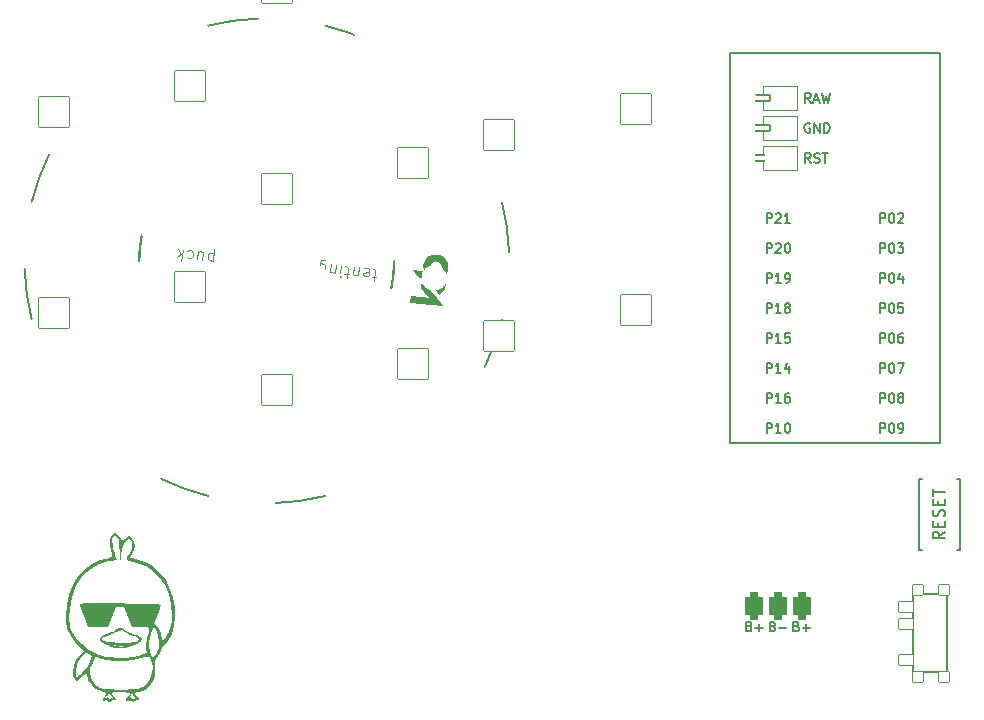
<source format=gto>
%TF.GenerationSoftware,KiCad,Pcbnew,(6.0.4)*%
%TF.CreationDate,2022-05-17T22:37:58+02:00*%
%TF.ProjectId,battoota,62617474-6f6f-4746-912e-6b696361645f,v1.0.0*%
%TF.SameCoordinates,Original*%
%TF.FileFunction,Legend,Top*%
%TF.FilePolarity,Positive*%
%FSLAX46Y46*%
G04 Gerber Fmt 4.6, Leading zero omitted, Abs format (unit mm)*
G04 Created by KiCad (PCBNEW (6.0.4)) date 2022-05-17 22:37:58*
%MOMM*%
%LPD*%
G01*
G04 APERTURE LIST*
G04 Aperture macros list*
%AMRoundRect*
0 Rectangle with rounded corners*
0 $1 Rounding radius*
0 $2 $3 $4 $5 $6 $7 $8 $9 X,Y pos of 4 corners*
0 Add a 4 corners polygon primitive as box body*
4,1,4,$2,$3,$4,$5,$6,$7,$8,$9,$2,$3,0*
0 Add four circle primitives for the rounded corners*
1,1,$1+$1,$2,$3*
1,1,$1+$1,$4,$5*
1,1,$1+$1,$6,$7*
1,1,$1+$1,$8,$9*
0 Add four rect primitives between the rounded corners*
20,1,$1+$1,$2,$3,$4,$5,0*
20,1,$1+$1,$4,$5,$6,$7,0*
20,1,$1+$1,$6,$7,$8,$9,0*
20,1,$1+$1,$8,$9,$2,$3,0*%
%AMFreePoly0*
4,1,16,0.535355,0.785355,0.550000,0.750000,0.550000,-0.750000,0.535355,-0.785355,0.500000,-0.800000,-0.650000,-0.800000,-0.685355,-0.785355,-0.700000,-0.750000,-0.691603,-0.722265,-0.210093,0.000000,-0.691603,0.722265,-0.699029,0.759806,-0.677735,0.791603,-0.650000,0.800000,0.500000,0.800000,0.535355,0.785355,0.535355,0.785355,$1*%
%AMFreePoly1*
4,1,16,0.535355,0.785355,0.541603,0.777735,1.041603,0.027735,1.049029,-0.009806,1.041603,-0.027735,0.541603,-0.777735,0.509806,-0.799029,0.500000,-0.800000,-0.500000,-0.800000,-0.535355,-0.785355,-0.550000,-0.750000,-0.550000,0.750000,-0.535355,0.785355,-0.500000,0.800000,0.500000,0.800000,0.535355,0.785355,0.535355,0.785355,$1*%
G04 Aperture macros list end*
%ADD10C,0.150000*%
%ADD11C,0.100000*%
%ADD12C,0.120000*%
%ADD13C,0.200000*%
%ADD14C,0.010000*%
%ADD15RoundRect,0.375000X-0.375000X-0.750000X0.375000X-0.750000X0.375000X0.750000X-0.375000X0.750000X0*%
%ADD16C,2.000000*%
%ADD17C,1.752600*%
%ADD18RoundRect,0.050000X-0.450000X0.450000X-0.450000X-0.450000X0.450000X-0.450000X0.450000X0.450000X0*%
%ADD19RoundRect,0.050000X-0.625000X0.450000X-0.625000X-0.450000X0.625000X-0.450000X0.625000X0.450000X0*%
%ADD20RoundRect,0.425000X-0.375000X-0.750000X0.375000X-0.750000X0.375000X0.750000X-0.375000X0.750000X0*%
%ADD21C,2.100000*%
%ADD22C,3.100000*%
%ADD23C,1.801800*%
%ADD24C,3.529000*%
%ADD25RoundRect,0.050000X-1.230182X-1.366255X1.366255X-1.230182X1.230182X1.366255X-1.366255X1.230182X0*%
%ADD26C,2.132000*%
%ADD27RoundRect,0.050000X-1.300000X-1.300000X1.300000X-1.300000X1.300000X1.300000X-1.300000X1.300000X0*%
%ADD28RoundRect,0.050000X-1.666227X-0.776974X0.776974X-1.666227X1.666227X0.776974X-0.776974X1.666227X0*%
%ADD29C,1.100000*%
%ADD30RoundRect,0.050000X-1.131880X-1.448740X1.448740X-1.131880X1.131880X1.448740X-1.448740X1.131880X0*%
%ADD31RoundRect,0.050000X-1.408356X-1.181751X1.181751X-1.408356X1.408356X1.181751X-1.181751X1.408356X0*%
%ADD32C,1.852600*%
%ADD33FreePoly0,180.000000*%
%ADD34RoundRect,0.050000X-0.762000X0.250000X-0.762000X-0.250000X0.762000X-0.250000X0.762000X0.250000X0*%
%ADD35FreePoly1,180.000000*%
%ADD36C,4.500000*%
G04 APERTURE END LIST*
D10*
%TO.C,PAD1*%
X149107300Y56420824D02*
X149221586Y56382729D01*
X149259681Y56344634D01*
X149297776Y56268443D01*
X149297776Y56154158D01*
X149259681Y56077967D01*
X149221586Y56039872D01*
X149145396Y56001777D01*
X148840634Y56001777D01*
X148840634Y56801777D01*
X149107300Y56801777D01*
X149183491Y56763682D01*
X149221586Y56725586D01*
X149259681Y56649396D01*
X149259681Y56573205D01*
X149221586Y56497015D01*
X149183491Y56458920D01*
X149107300Y56420824D01*
X148840634Y56420824D01*
X149640634Y56306539D02*
X150250157Y56306539D01*
X147107300Y56420824D02*
X147221586Y56382729D01*
X147259681Y56344634D01*
X147297776Y56268443D01*
X147297776Y56154158D01*
X147259681Y56077967D01*
X147221586Y56039872D01*
X147145396Y56001777D01*
X146840634Y56001777D01*
X146840634Y56801777D01*
X147107300Y56801777D01*
X147183491Y56763682D01*
X147221586Y56725586D01*
X147259681Y56649396D01*
X147259681Y56573205D01*
X147221586Y56497015D01*
X147183491Y56458920D01*
X147107300Y56420824D01*
X146840634Y56420824D01*
X147640634Y56306539D02*
X148250157Y56306539D01*
X147945396Y56001777D02*
X147945396Y56611301D01*
X151107300Y56420824D02*
X151221586Y56382729D01*
X151259681Y56344634D01*
X151297776Y56268443D01*
X151297776Y56154158D01*
X151259681Y56077967D01*
X151221586Y56039872D01*
X151145396Y56001777D01*
X150840634Y56001777D01*
X150840634Y56801777D01*
X151107300Y56801777D01*
X151183491Y56763682D01*
X151221586Y56725586D01*
X151259681Y56649396D01*
X151259681Y56573205D01*
X151221586Y56497015D01*
X151183491Y56458920D01*
X151107300Y56420824D01*
X150840634Y56420824D01*
X151640634Y56306539D02*
X152250157Y56306539D01*
X151945396Y56001777D02*
X151945396Y56611301D01*
%TO.C,B1*%
X163655571Y64450138D02*
X163179381Y64116804D01*
X163655571Y63878709D02*
X162655571Y63878709D01*
X162655571Y64259661D01*
X162703191Y64354899D01*
X162750810Y64402519D01*
X162846048Y64450138D01*
X162988905Y64450138D01*
X163084143Y64402519D01*
X163131762Y64354899D01*
X163179381Y64259661D01*
X163179381Y63878709D01*
X163131762Y64878709D02*
X163131762Y65212042D01*
X163655571Y65354899D02*
X163655571Y64878709D01*
X162655571Y64878709D01*
X162655571Y65354899D01*
X163607952Y65735852D02*
X163655571Y65878709D01*
X163655571Y66116804D01*
X163607952Y66212042D01*
X163560333Y66259661D01*
X163465095Y66307280D01*
X163369857Y66307280D01*
X163274619Y66259661D01*
X163227000Y66212042D01*
X163179381Y66116804D01*
X163131762Y65926328D01*
X163084143Y65831090D01*
X163036524Y65783471D01*
X162941286Y65735852D01*
X162846048Y65735852D01*
X162750810Y65783471D01*
X162703191Y65831090D01*
X162655571Y65926328D01*
X162655571Y66164423D01*
X162703191Y66307280D01*
X163131762Y66735852D02*
X163131762Y67069185D01*
X163655571Y67212042D02*
X163655571Y66735852D01*
X162655571Y66735852D01*
X162655571Y67212042D01*
X162655571Y67497757D02*
X162655571Y68069185D01*
X163655571Y67783471D02*
X162655571Y67783471D01*
%TO.C,MCU1*%
X158185784Y75380637D02*
X158185784Y76180637D01*
X158490546Y76180637D01*
X158566736Y76142542D01*
X158604832Y76104446D01*
X158642927Y76028256D01*
X158642927Y75913970D01*
X158604832Y75837780D01*
X158566736Y75799684D01*
X158490546Y75761589D01*
X158185784Y75761589D01*
X159138165Y76180637D02*
X159214355Y76180637D01*
X159290546Y76142542D01*
X159328641Y76104446D01*
X159366736Y76028256D01*
X159404832Y75875875D01*
X159404832Y75685399D01*
X159366736Y75533018D01*
X159328641Y75456827D01*
X159290546Y75418732D01*
X159214355Y75380637D01*
X159138165Y75380637D01*
X159061974Y75418732D01*
X159023879Y75456827D01*
X158985784Y75533018D01*
X158947689Y75685399D01*
X158947689Y75875875D01*
X158985784Y76028256D01*
X159023879Y76104446D01*
X159061974Y76142542D01*
X159138165Y76180637D01*
X159861974Y75837780D02*
X159785784Y75875875D01*
X159747689Y75913970D01*
X159709593Y75990161D01*
X159709593Y76028256D01*
X159747689Y76104446D01*
X159785784Y76142542D01*
X159861974Y76180637D01*
X160014355Y76180637D01*
X160090546Y76142542D01*
X160128641Y76104446D01*
X160166736Y76028256D01*
X160166736Y75990161D01*
X160128641Y75913970D01*
X160090546Y75875875D01*
X160014355Y75837780D01*
X159861974Y75837780D01*
X159785784Y75799684D01*
X159747689Y75761589D01*
X159709593Y75685399D01*
X159709593Y75533018D01*
X159747689Y75456827D01*
X159785784Y75418732D01*
X159861974Y75380637D01*
X160014355Y75380637D01*
X160090546Y75418732D01*
X160128641Y75456827D01*
X160166736Y75533018D01*
X160166736Y75685399D01*
X160128641Y75761589D01*
X160090546Y75799684D01*
X160014355Y75837780D01*
X148585784Y90620637D02*
X148585784Y91420637D01*
X148890546Y91420637D01*
X148966736Y91382542D01*
X149004832Y91344446D01*
X149042927Y91268256D01*
X149042927Y91153970D01*
X149004832Y91077780D01*
X148966736Y91039684D01*
X148890546Y91001589D01*
X148585784Y91001589D01*
X149347689Y91344446D02*
X149385784Y91382542D01*
X149461974Y91420637D01*
X149652451Y91420637D01*
X149728641Y91382542D01*
X149766736Y91344446D01*
X149804832Y91268256D01*
X149804832Y91192065D01*
X149766736Y91077780D01*
X149309593Y90620637D01*
X149804832Y90620637D01*
X150566736Y90620637D02*
X150109593Y90620637D01*
X150338165Y90620637D02*
X150338165Y91420637D01*
X150261974Y91306351D01*
X150185784Y91230161D01*
X150109593Y91192065D01*
X148585784Y77920637D02*
X148585784Y78720637D01*
X148890546Y78720637D01*
X148966736Y78682542D01*
X149004832Y78644446D01*
X149042927Y78568256D01*
X149042927Y78453970D01*
X149004832Y78377780D01*
X148966736Y78339684D01*
X148890546Y78301589D01*
X148585784Y78301589D01*
X149804832Y77920637D02*
X149347689Y77920637D01*
X149576260Y77920637D02*
X149576260Y78720637D01*
X149500070Y78606351D01*
X149423879Y78530161D01*
X149347689Y78492065D01*
X150490546Y78453970D02*
X150490546Y77920637D01*
X150300070Y78758732D02*
X150109593Y78187303D01*
X150604832Y78187303D01*
X148585784Y88080637D02*
X148585784Y88880637D01*
X148890546Y88880637D01*
X148966736Y88842542D01*
X149004832Y88804446D01*
X149042927Y88728256D01*
X149042927Y88613970D01*
X149004832Y88537780D01*
X148966736Y88499684D01*
X148890546Y88461589D01*
X148585784Y88461589D01*
X149347689Y88804446D02*
X149385784Y88842542D01*
X149461974Y88880637D01*
X149652451Y88880637D01*
X149728641Y88842542D01*
X149766736Y88804446D01*
X149804832Y88728256D01*
X149804832Y88652065D01*
X149766736Y88537780D01*
X149309593Y88080637D01*
X149804832Y88080637D01*
X150300070Y88880637D02*
X150376260Y88880637D01*
X150452451Y88842542D01*
X150490546Y88804446D01*
X150528641Y88728256D01*
X150566736Y88575875D01*
X150566736Y88385399D01*
X150528641Y88233018D01*
X150490546Y88156827D01*
X150452451Y88118732D01*
X150376260Y88080637D01*
X150300070Y88080637D01*
X150223879Y88118732D01*
X150185784Y88156827D01*
X150147689Y88233018D01*
X150109593Y88385399D01*
X150109593Y88575875D01*
X150147689Y88728256D01*
X150185784Y88804446D01*
X150223879Y88842542D01*
X150300070Y88880637D01*
X152305594Y95700637D02*
X152038928Y96081589D01*
X151848451Y95700637D02*
X151848451Y96500637D01*
X152153213Y96500637D01*
X152229404Y96462542D01*
X152267499Y96424446D01*
X152305594Y96348256D01*
X152305594Y96233970D01*
X152267499Y96157780D01*
X152229404Y96119684D01*
X152153213Y96081589D01*
X151848451Y96081589D01*
X152610356Y95738732D02*
X152724642Y95700637D01*
X152915118Y95700637D01*
X152991309Y95738732D01*
X153029404Y95776827D01*
X153067499Y95853018D01*
X153067499Y95929208D01*
X153029404Y96005399D01*
X152991309Y96043494D01*
X152915118Y96081589D01*
X152762737Y96119684D01*
X152686547Y96157780D01*
X152648451Y96195875D01*
X152610356Y96272065D01*
X152610356Y96348256D01*
X152648451Y96424446D01*
X152686547Y96462542D01*
X152762737Y96500637D01*
X152953213Y96500637D01*
X153067499Y96462542D01*
X153296070Y96500637D02*
X153753213Y96500637D01*
X153524642Y95700637D02*
X153524642Y96500637D01*
X158185784Y72840637D02*
X158185784Y73640637D01*
X158490546Y73640637D01*
X158566736Y73602542D01*
X158604832Y73564446D01*
X158642927Y73488256D01*
X158642927Y73373970D01*
X158604832Y73297780D01*
X158566736Y73259684D01*
X158490546Y73221589D01*
X158185784Y73221589D01*
X159138165Y73640637D02*
X159214355Y73640637D01*
X159290546Y73602542D01*
X159328641Y73564446D01*
X159366736Y73488256D01*
X159404832Y73335875D01*
X159404832Y73145399D01*
X159366736Y72993018D01*
X159328641Y72916827D01*
X159290546Y72878732D01*
X159214355Y72840637D01*
X159138165Y72840637D01*
X159061974Y72878732D01*
X159023879Y72916827D01*
X158985784Y72993018D01*
X158947689Y73145399D01*
X158947689Y73335875D01*
X158985784Y73488256D01*
X159023879Y73564446D01*
X159061974Y73602542D01*
X159138165Y73640637D01*
X159785784Y72840637D02*
X159938165Y72840637D01*
X160014355Y72878732D01*
X160052451Y72916827D01*
X160128641Y73031113D01*
X160166736Y73183494D01*
X160166736Y73488256D01*
X160128641Y73564446D01*
X160090546Y73602542D01*
X160014355Y73640637D01*
X159861974Y73640637D01*
X159785784Y73602542D01*
X159747689Y73564446D01*
X159709593Y73488256D01*
X159709593Y73297780D01*
X159747689Y73221589D01*
X159785784Y73183494D01*
X159861974Y73145399D01*
X160014355Y73145399D01*
X160090546Y73183494D01*
X160128641Y73221589D01*
X160166736Y73297780D01*
X148585784Y75380637D02*
X148585784Y76180637D01*
X148890546Y76180637D01*
X148966736Y76142542D01*
X149004832Y76104446D01*
X149042927Y76028256D01*
X149042927Y75913970D01*
X149004832Y75837780D01*
X148966736Y75799684D01*
X148890546Y75761589D01*
X148585784Y75761589D01*
X149804832Y75380637D02*
X149347689Y75380637D01*
X149576260Y75380637D02*
X149576260Y76180637D01*
X149500070Y76066351D01*
X149423879Y75990161D01*
X149347689Y75952065D01*
X150490546Y76180637D02*
X150338165Y76180637D01*
X150261974Y76142542D01*
X150223879Y76104446D01*
X150147689Y75990161D01*
X150109593Y75837780D01*
X150109593Y75533018D01*
X150147689Y75456827D01*
X150185784Y75418732D01*
X150261974Y75380637D01*
X150414355Y75380637D01*
X150490546Y75418732D01*
X150528641Y75456827D01*
X150566736Y75533018D01*
X150566736Y75723494D01*
X150528641Y75799684D01*
X150490546Y75837780D01*
X150414355Y75875875D01*
X150261974Y75875875D01*
X150185784Y75837780D01*
X150147689Y75799684D01*
X150109593Y75723494D01*
X152305595Y100780637D02*
X152038928Y101161589D01*
X151848452Y100780637D02*
X151848452Y101580637D01*
X152153214Y101580637D01*
X152229404Y101542542D01*
X152267499Y101504446D01*
X152305595Y101428256D01*
X152305595Y101313970D01*
X152267499Y101237780D01*
X152229404Y101199684D01*
X152153214Y101161589D01*
X151848452Y101161589D01*
X152610356Y101009208D02*
X152991309Y101009208D01*
X152534166Y100780637D02*
X152800833Y101580637D01*
X153067499Y100780637D01*
X153257976Y101580637D02*
X153448452Y100780637D01*
X153600833Y101352065D01*
X153753214Y100780637D01*
X153943690Y101580637D01*
X158185784Y90620637D02*
X158185784Y91420637D01*
X158490546Y91420637D01*
X158566736Y91382542D01*
X158604832Y91344446D01*
X158642927Y91268256D01*
X158642927Y91153970D01*
X158604832Y91077780D01*
X158566736Y91039684D01*
X158490546Y91001589D01*
X158185784Y91001589D01*
X159138165Y91420637D02*
X159214355Y91420637D01*
X159290546Y91382542D01*
X159328641Y91344446D01*
X159366736Y91268256D01*
X159404832Y91115875D01*
X159404832Y90925399D01*
X159366736Y90773018D01*
X159328641Y90696827D01*
X159290546Y90658732D01*
X159214355Y90620637D01*
X159138165Y90620637D01*
X159061974Y90658732D01*
X159023879Y90696827D01*
X158985784Y90773018D01*
X158947689Y90925399D01*
X158947689Y91115875D01*
X158985784Y91268256D01*
X159023879Y91344446D01*
X159061974Y91382542D01*
X159138165Y91420637D01*
X159709593Y91344446D02*
X159747689Y91382542D01*
X159823879Y91420637D01*
X160014355Y91420637D01*
X160090546Y91382542D01*
X160128641Y91344446D01*
X160166736Y91268256D01*
X160166736Y91192065D01*
X160128641Y91077780D01*
X159671498Y90620637D01*
X160166736Y90620637D01*
X148585784Y83000637D02*
X148585784Y83800637D01*
X148890546Y83800637D01*
X148966736Y83762542D01*
X149004832Y83724446D01*
X149042927Y83648256D01*
X149042927Y83533970D01*
X149004832Y83457780D01*
X148966736Y83419684D01*
X148890546Y83381589D01*
X148585784Y83381589D01*
X149804832Y83000637D02*
X149347689Y83000637D01*
X149576260Y83000637D02*
X149576260Y83800637D01*
X149500070Y83686351D01*
X149423879Y83610161D01*
X149347689Y83572065D01*
X150261974Y83457780D02*
X150185784Y83495875D01*
X150147689Y83533970D01*
X150109593Y83610161D01*
X150109593Y83648256D01*
X150147689Y83724446D01*
X150185784Y83762542D01*
X150261974Y83800637D01*
X150414355Y83800637D01*
X150490546Y83762542D01*
X150528641Y83724446D01*
X150566736Y83648256D01*
X150566736Y83610161D01*
X150528641Y83533970D01*
X150490546Y83495875D01*
X150414355Y83457780D01*
X150261974Y83457780D01*
X150185784Y83419684D01*
X150147689Y83381589D01*
X150109593Y83305399D01*
X150109593Y83153018D01*
X150147689Y83076827D01*
X150185784Y83038732D01*
X150261974Y83000637D01*
X150414355Y83000637D01*
X150490546Y83038732D01*
X150528641Y83076827D01*
X150566736Y83153018D01*
X150566736Y83305399D01*
X150528641Y83381589D01*
X150490546Y83419684D01*
X150414355Y83457780D01*
X148585784Y72840637D02*
X148585784Y73640637D01*
X148890546Y73640637D01*
X148966736Y73602542D01*
X149004832Y73564446D01*
X149042927Y73488256D01*
X149042927Y73373970D01*
X149004832Y73297780D01*
X148966736Y73259684D01*
X148890546Y73221589D01*
X148585784Y73221589D01*
X149804832Y72840637D02*
X149347689Y72840637D01*
X149576260Y72840637D02*
X149576260Y73640637D01*
X149500070Y73526351D01*
X149423879Y73450161D01*
X149347689Y73412065D01*
X150300070Y73640637D02*
X150376260Y73640637D01*
X150452451Y73602542D01*
X150490546Y73564446D01*
X150528641Y73488256D01*
X150566736Y73335875D01*
X150566736Y73145399D01*
X150528641Y72993018D01*
X150490546Y72916827D01*
X150452451Y72878732D01*
X150376260Y72840637D01*
X150300070Y72840637D01*
X150223879Y72878732D01*
X150185784Y72916827D01*
X150147689Y72993018D01*
X150109593Y73145399D01*
X150109593Y73335875D01*
X150147689Y73488256D01*
X150185784Y73564446D01*
X150223879Y73602542D01*
X150300070Y73640637D01*
X158185784Y88080637D02*
X158185784Y88880637D01*
X158490546Y88880637D01*
X158566736Y88842542D01*
X158604832Y88804446D01*
X158642927Y88728256D01*
X158642927Y88613970D01*
X158604832Y88537780D01*
X158566736Y88499684D01*
X158490546Y88461589D01*
X158185784Y88461589D01*
X159138165Y88880637D02*
X159214355Y88880637D01*
X159290546Y88842542D01*
X159328641Y88804446D01*
X159366736Y88728256D01*
X159404832Y88575875D01*
X159404832Y88385399D01*
X159366736Y88233018D01*
X159328641Y88156827D01*
X159290546Y88118732D01*
X159214355Y88080637D01*
X159138165Y88080637D01*
X159061974Y88118732D01*
X159023879Y88156827D01*
X158985784Y88233018D01*
X158947689Y88385399D01*
X158947689Y88575875D01*
X158985784Y88728256D01*
X159023879Y88804446D01*
X159061974Y88842542D01*
X159138165Y88880637D01*
X159671498Y88880637D02*
X160166736Y88880637D01*
X159900070Y88575875D01*
X160014355Y88575875D01*
X160090546Y88537780D01*
X160128641Y88499684D01*
X160166736Y88423494D01*
X160166736Y88233018D01*
X160128641Y88156827D01*
X160090546Y88118732D01*
X160014355Y88080637D01*
X159785784Y88080637D01*
X159709593Y88118732D01*
X159671498Y88156827D01*
X158185784Y77920637D02*
X158185784Y78720637D01*
X158490546Y78720637D01*
X158566736Y78682542D01*
X158604832Y78644446D01*
X158642927Y78568256D01*
X158642927Y78453970D01*
X158604832Y78377780D01*
X158566736Y78339684D01*
X158490546Y78301589D01*
X158185784Y78301589D01*
X159138165Y78720637D02*
X159214355Y78720637D01*
X159290546Y78682542D01*
X159328641Y78644446D01*
X159366736Y78568256D01*
X159404832Y78415875D01*
X159404832Y78225399D01*
X159366736Y78073018D01*
X159328641Y77996827D01*
X159290546Y77958732D01*
X159214355Y77920637D01*
X159138165Y77920637D01*
X159061974Y77958732D01*
X159023879Y77996827D01*
X158985784Y78073018D01*
X158947689Y78225399D01*
X158947689Y78415875D01*
X158985784Y78568256D01*
X159023879Y78644446D01*
X159061974Y78682542D01*
X159138165Y78720637D01*
X159671498Y78720637D02*
X160204832Y78720637D01*
X159861974Y77920637D01*
X148585784Y85540637D02*
X148585784Y86340637D01*
X148890546Y86340637D01*
X148966736Y86302542D01*
X149004832Y86264446D01*
X149042927Y86188256D01*
X149042927Y86073970D01*
X149004832Y85997780D01*
X148966736Y85959684D01*
X148890546Y85921589D01*
X148585784Y85921589D01*
X149804832Y85540637D02*
X149347689Y85540637D01*
X149576260Y85540637D02*
X149576260Y86340637D01*
X149500070Y86226351D01*
X149423879Y86150161D01*
X149347689Y86112065D01*
X150185784Y85540637D02*
X150338165Y85540637D01*
X150414355Y85578732D01*
X150452451Y85616827D01*
X150528641Y85731113D01*
X150566736Y85883494D01*
X150566736Y86188256D01*
X150528641Y86264446D01*
X150490546Y86302542D01*
X150414355Y86340637D01*
X150261974Y86340637D01*
X150185784Y86302542D01*
X150147689Y86264446D01*
X150109593Y86188256D01*
X150109593Y85997780D01*
X150147689Y85921589D01*
X150185784Y85883494D01*
X150261974Y85845399D01*
X150414355Y85845399D01*
X150490546Y85883494D01*
X150528641Y85921589D01*
X150566736Y85997780D01*
X152248452Y99002542D02*
X152172261Y99040637D01*
X152057976Y99040637D01*
X151943690Y99002542D01*
X151867499Y98926351D01*
X151829404Y98850161D01*
X151791309Y98697780D01*
X151791309Y98583494D01*
X151829404Y98431113D01*
X151867499Y98354922D01*
X151943690Y98278732D01*
X152057976Y98240637D01*
X152134166Y98240637D01*
X152248452Y98278732D01*
X152286547Y98316827D01*
X152286547Y98583494D01*
X152134166Y98583494D01*
X152629404Y98240637D02*
X152629404Y99040637D01*
X153086547Y98240637D01*
X153086547Y99040637D01*
X153467499Y98240637D02*
X153467499Y99040637D01*
X153657976Y99040637D01*
X153772261Y99002542D01*
X153848452Y98926351D01*
X153886547Y98850161D01*
X153924642Y98697780D01*
X153924642Y98583494D01*
X153886547Y98431113D01*
X153848452Y98354922D01*
X153772261Y98278732D01*
X153657976Y98240637D01*
X153467499Y98240637D01*
X158185784Y85540637D02*
X158185784Y86340637D01*
X158490546Y86340637D01*
X158566736Y86302542D01*
X158604832Y86264446D01*
X158642927Y86188256D01*
X158642927Y86073970D01*
X158604832Y85997780D01*
X158566736Y85959684D01*
X158490546Y85921589D01*
X158185784Y85921589D01*
X159138165Y86340637D02*
X159214355Y86340637D01*
X159290546Y86302542D01*
X159328641Y86264446D01*
X159366736Y86188256D01*
X159404832Y86035875D01*
X159404832Y85845399D01*
X159366736Y85693018D01*
X159328641Y85616827D01*
X159290546Y85578732D01*
X159214355Y85540637D01*
X159138165Y85540637D01*
X159061974Y85578732D01*
X159023879Y85616827D01*
X158985784Y85693018D01*
X158947689Y85845399D01*
X158947689Y86035875D01*
X158985784Y86188256D01*
X159023879Y86264446D01*
X159061974Y86302542D01*
X159138165Y86340637D01*
X160090546Y86073970D02*
X160090546Y85540637D01*
X159900070Y86378732D02*
X159709593Y85807303D01*
X160204832Y85807303D01*
X158185784Y83000637D02*
X158185784Y83800637D01*
X158490546Y83800637D01*
X158566736Y83762542D01*
X158604832Y83724446D01*
X158642927Y83648256D01*
X158642927Y83533970D01*
X158604832Y83457780D01*
X158566736Y83419684D01*
X158490546Y83381589D01*
X158185784Y83381589D01*
X159138165Y83800637D02*
X159214355Y83800637D01*
X159290546Y83762542D01*
X159328641Y83724446D01*
X159366736Y83648256D01*
X159404832Y83495875D01*
X159404832Y83305399D01*
X159366736Y83153018D01*
X159328641Y83076827D01*
X159290546Y83038732D01*
X159214355Y83000637D01*
X159138165Y83000637D01*
X159061974Y83038732D01*
X159023879Y83076827D01*
X158985784Y83153018D01*
X158947689Y83305399D01*
X158947689Y83495875D01*
X158985784Y83648256D01*
X159023879Y83724446D01*
X159061974Y83762542D01*
X159138165Y83800637D01*
X160128641Y83800637D02*
X159747689Y83800637D01*
X159709593Y83419684D01*
X159747689Y83457780D01*
X159823879Y83495875D01*
X160014355Y83495875D01*
X160090546Y83457780D01*
X160128641Y83419684D01*
X160166736Y83343494D01*
X160166736Y83153018D01*
X160128641Y83076827D01*
X160090546Y83038732D01*
X160014355Y83000637D01*
X159823879Y83000637D01*
X159747689Y83038732D01*
X159709593Y83076827D01*
X148585784Y80460637D02*
X148585784Y81260637D01*
X148890546Y81260637D01*
X148966736Y81222542D01*
X149004832Y81184446D01*
X149042927Y81108256D01*
X149042927Y80993970D01*
X149004832Y80917780D01*
X148966736Y80879684D01*
X148890546Y80841589D01*
X148585784Y80841589D01*
X149804832Y80460637D02*
X149347689Y80460637D01*
X149576260Y80460637D02*
X149576260Y81260637D01*
X149500070Y81146351D01*
X149423879Y81070161D01*
X149347689Y81032065D01*
X150528641Y81260637D02*
X150147689Y81260637D01*
X150109593Y80879684D01*
X150147689Y80917780D01*
X150223879Y80955875D01*
X150414355Y80955875D01*
X150490546Y80917780D01*
X150528641Y80879684D01*
X150566736Y80803494D01*
X150566736Y80613018D01*
X150528641Y80536827D01*
X150490546Y80498732D01*
X150414355Y80460637D01*
X150223879Y80460637D01*
X150147689Y80498732D01*
X150109593Y80536827D01*
X158185784Y80460637D02*
X158185784Y81260637D01*
X158490546Y81260637D01*
X158566736Y81222542D01*
X158604832Y81184446D01*
X158642927Y81108256D01*
X158642927Y80993970D01*
X158604832Y80917780D01*
X158566736Y80879684D01*
X158490546Y80841589D01*
X158185784Y80841589D01*
X159138165Y81260637D02*
X159214355Y81260637D01*
X159290546Y81222542D01*
X159328641Y81184446D01*
X159366736Y81108256D01*
X159404832Y80955875D01*
X159404832Y80765399D01*
X159366736Y80613018D01*
X159328641Y80536827D01*
X159290546Y80498732D01*
X159214355Y80460637D01*
X159138165Y80460637D01*
X159061974Y80498732D01*
X159023879Y80536827D01*
X158985784Y80613018D01*
X158947689Y80765399D01*
X158947689Y80955875D01*
X158985784Y81108256D01*
X159023879Y81184446D01*
X159061974Y81222542D01*
X159138165Y81260637D01*
X160090546Y81260637D02*
X159938165Y81260637D01*
X159861974Y81222542D01*
X159823879Y81184446D01*
X159747689Y81070161D01*
X159709593Y80917780D01*
X159709593Y80613018D01*
X159747689Y80536827D01*
X159785784Y80498732D01*
X159861974Y80460637D01*
X160014355Y80460637D01*
X160090546Y80498732D01*
X160128641Y80536827D01*
X160166736Y80613018D01*
X160166736Y80803494D01*
X160128641Y80879684D01*
X160090546Y80917780D01*
X160014355Y80955875D01*
X159861974Y80955875D01*
X159785784Y80917780D01*
X159747689Y80879684D01*
X159709593Y80803494D01*
D11*
%TO.C,REF\u002A\u002A*%
X115534727Y85998380D02*
X115155862Y86038200D01*
X115357810Y85681805D02*
X115447406Y86534252D01*
X115410003Y86633946D01*
X115320264Y86691259D01*
X115225547Y86701214D01*
X114510197Y86728519D02*
X114609891Y86765923D01*
X114799324Y86746012D01*
X114889063Y86688699D01*
X114926466Y86589005D01*
X114886645Y86210140D01*
X114829332Y86120401D01*
X114729638Y86082998D01*
X114540205Y86102908D01*
X114450467Y86160221D01*
X114413063Y86259915D01*
X114423019Y86354632D01*
X114906556Y86399572D01*
X113971907Y86162639D02*
X114041593Y86825653D01*
X113981862Y86257355D02*
X113929527Y86214974D01*
X113829833Y86177571D01*
X113687758Y86192504D01*
X113598019Y86249817D01*
X113560616Y86349511D01*
X113615369Y86870451D01*
X113214176Y86242279D02*
X112835311Y86282100D01*
X113037259Y85925705D02*
X113126855Y86778152D01*
X113089452Y86877846D01*
X112999713Y86935159D01*
X112904996Y86945114D01*
X112573489Y86979957D02*
X112503803Y86316942D01*
X112468961Y85985435D02*
X112521296Y86027816D01*
X112478916Y86080152D01*
X112426580Y86037771D01*
X112468961Y85985435D01*
X112478916Y86080152D01*
X112030222Y86366718D02*
X112099907Y87029732D01*
X112040177Y86461434D02*
X111987841Y86419054D01*
X111888147Y86381651D01*
X111746072Y86396583D01*
X111656334Y86453896D01*
X111618931Y86553590D01*
X111673684Y87074530D01*
X110704192Y86506089D02*
X110788811Y87311178D01*
X110846124Y87400917D01*
X110898460Y87443298D01*
X110998154Y87480701D01*
X111140228Y87465768D01*
X111229967Y87408455D01*
X110768900Y87121746D02*
X110868594Y87159149D01*
X111058027Y87139239D01*
X111147766Y87081925D01*
X111190147Y87029589D01*
X111227550Y86929896D01*
X111197684Y86645746D01*
X111140371Y86556008D01*
X111088035Y86513627D01*
X110988341Y86476224D01*
X110798909Y86496134D01*
X110709170Y86553447D01*
X101713683Y87387180D02*
X101818212Y88381702D01*
X101718661Y87434538D02*
X101618967Y87397135D01*
X101429534Y87417045D01*
X101339795Y87474359D01*
X101297415Y87526694D01*
X101260012Y87626388D01*
X101289877Y87910537D01*
X101347190Y88000276D01*
X101399526Y88042657D01*
X101499220Y88080060D01*
X101688653Y88060150D01*
X101778391Y88002836D01*
X100387654Y87526551D02*
X100457340Y88189566D01*
X100813878Y87481753D02*
X100868631Y88002693D01*
X100831228Y88102387D01*
X100741489Y88159701D01*
X100599414Y88174633D01*
X100499720Y88137230D01*
X100447385Y88094849D01*
X99552557Y88236781D02*
X99652251Y88274184D01*
X99841683Y88254274D01*
X99931422Y88196961D01*
X99973803Y88144625D01*
X100011206Y88044931D01*
X99981341Y87760782D01*
X99924027Y87671043D01*
X99871692Y87628662D01*
X99771998Y87591259D01*
X99582565Y87611170D01*
X99492826Y87668483D01*
X99131311Y88328937D02*
X99026782Y87334415D01*
X98996774Y87960027D02*
X98752445Y88368758D01*
X98682760Y87705743D02*
X99101445Y88044788D01*
D10*
%TO.C,T1*%
X163850140Y59144619D02*
X161000140Y59144619D01*
X163850140Y53894619D02*
X163850140Y57794619D01*
X161000140Y59144619D02*
X161000140Y52544619D01*
X163850140Y55844619D02*
X163850140Y52544619D01*
X161000140Y52544619D02*
X163850140Y52544619D01*
X163850140Y55844619D02*
X163850140Y59144619D01*
%TO.C,B1*%
X161453191Y62902519D02*
X161453191Y68902519D01*
X164953191Y62902519D02*
X164953191Y68902519D01*
X161453191Y68902519D02*
X161703191Y68902519D01*
X164953191Y62902519D02*
X164703191Y62902519D01*
X164953191Y68902519D02*
X164703191Y68902519D01*
X161453191Y62902519D02*
X161703191Y62902519D01*
%TO.C,G\u002A\u002A\u002A*%
G36*
X92883978Y54811439D02*
G01*
X92740255Y54880814D01*
X92407058Y55056231D01*
X92211599Y55193916D01*
X92131416Y55310999D01*
X92130646Y55316839D01*
X92306885Y55316839D01*
X92323310Y55295956D01*
X92503738Y55201096D01*
X92814003Y55123189D01*
X93215242Y55064583D01*
X93668589Y55027628D01*
X94135180Y55014670D01*
X94576151Y55028060D01*
X94952637Y55070144D01*
X95174422Y55123679D01*
X95401772Y55233273D01*
X95460472Y55348492D01*
X95351061Y55468035D01*
X95074080Y55590598D01*
X94966078Y55625429D01*
X94664565Y55735323D01*
X94407590Y55860367D01*
X94283288Y55946404D01*
X94021677Y56093383D01*
X93736622Y56076183D01*
X93509613Y55948664D01*
X93306784Y55830100D01*
X93019752Y55709005D01*
X92844401Y55651219D01*
X92514387Y55534275D01*
X92332107Y55420696D01*
X92306885Y55316839D01*
X92130646Y55316839D01*
X92126422Y55348860D01*
X92205522Y55535943D01*
X92420663Y55696920D01*
X92738600Y55809825D01*
X92858300Y55832470D01*
X93154436Y55920791D01*
X93435028Y56068739D01*
X93454272Y56082600D01*
X93752550Y56247693D01*
X94019947Y56257391D01*
X94293936Y56111220D01*
X94343195Y56071400D01*
X94555160Y55931295D01*
X94751676Y55860051D01*
X94778751Y55857874D01*
X94966352Y55822347D01*
X95222502Y55735067D01*
X95328663Y55689960D01*
X95559074Y55566867D01*
X95659234Y55452976D01*
X95667330Y55340633D01*
X95591473Y55163612D01*
X95513088Y55091950D01*
X95111759Y54891462D01*
X94805697Y54759395D01*
X94543443Y54679643D01*
X94273536Y54636100D01*
X93989088Y54614958D01*
X93653008Y54603783D01*
X93402897Y54622991D01*
X93169604Y54687303D01*
X93109985Y54713214D01*
X93673799Y54713214D01*
X93780173Y54699930D01*
X93904422Y54697460D01*
X94087543Y54704065D01*
X94137812Y54720951D01*
X94094922Y54734152D01*
X93848204Y54748159D01*
X93713922Y54734152D01*
X93673799Y54713214D01*
X93109985Y54713214D01*
X92957906Y54779309D01*
X93263810Y54779309D01*
X93347033Y54765751D01*
X93456847Y54781317D01*
X93458158Y54810219D01*
X93344841Y54830431D01*
X93295880Y54816903D01*
X93263810Y54779309D01*
X92957906Y54779309D01*
X92883978Y54811439D01*
G37*
G36*
X94497088Y50503045D02*
G01*
X94643295Y50652401D01*
X94666692Y50756195D01*
X94555768Y50821445D01*
X94299012Y50855169D01*
X93904422Y50864400D01*
X93568863Y50857043D01*
X93308698Y50837338D01*
X93161697Y50808830D01*
X93142422Y50792855D01*
X93199034Y50688346D01*
X93311755Y50568066D01*
X93447142Y50400898D01*
X93476988Y50265739D01*
X93400694Y50201812D01*
X93317223Y50210169D01*
X93160615Y50195335D01*
X93108213Y50135377D01*
X93006711Y50026556D01*
X92885968Y50061683D01*
X92834968Y50143183D01*
X92754841Y50223695D01*
X92631524Y50185516D01*
X92462694Y50111812D01*
X92392654Y50148018D01*
X92380422Y50271016D01*
X92421728Y50379808D01*
X92582791Y50379808D01*
X92677340Y50385158D01*
X92749034Y50430786D01*
X92849174Y50473905D01*
X92916959Y50373574D01*
X92929388Y50337018D01*
X92980358Y50214712D01*
X93017398Y50247358D01*
X93029700Y50288207D01*
X93124266Y50392124D01*
X93211226Y50386159D01*
X93282980Y50379386D01*
X93221385Y50454321D01*
X93173785Y50496685D01*
X93022640Y50657352D01*
X92947636Y50779733D01*
X92909598Y50852446D01*
X92895106Y50761545D01*
X92821498Y50610467D01*
X92711837Y50521852D01*
X92594181Y50433079D01*
X92582791Y50379808D01*
X92421728Y50379808D01*
X92447013Y50446405D01*
X92549755Y50545382D01*
X92693986Y50671444D01*
X92682018Y50778173D01*
X92509132Y50871978D01*
X92258894Y50940441D01*
X91805541Y51124714D01*
X91433524Y51442555D01*
X91170096Y51867066D01*
X91092709Y52091419D01*
X90991439Y52470057D01*
X90775764Y52332967D01*
X90561682Y52165937D01*
X90369908Y51974638D01*
X90179727Y51753400D01*
X90000313Y51965066D01*
X89869742Y52239974D01*
X89848473Y52501801D01*
X90095204Y52501801D01*
X90102772Y52276291D01*
X90139765Y52147704D01*
X90163941Y52134400D01*
X90256374Y52188909D01*
X90430173Y52331426D01*
X90603135Y52489954D01*
X91293284Y52489954D01*
X91375226Y52110208D01*
X91476501Y51873648D01*
X91654061Y51601911D01*
X91877885Y51393116D01*
X92168936Y51241165D01*
X92548174Y51139962D01*
X93036561Y51083409D01*
X93655058Y51065408D01*
X94226220Y51073792D01*
X94708800Y51090617D01*
X95060360Y51114249D01*
X95319209Y51150426D01*
X95523658Y51204883D01*
X95712015Y51283357D01*
X95750220Y51301989D01*
X96123921Y51577407D01*
X96396496Y51966219D01*
X96555900Y52437813D01*
X96590089Y52961576D01*
X96540529Y53310769D01*
X96455508Y53618649D01*
X96347306Y53796201D01*
X96181045Y53859979D01*
X95921846Y53826536D01*
X95630184Y53742813D01*
X94953530Y53587774D01*
X94197082Y53510253D01*
X93433171Y53513392D01*
X92734127Y53600336D01*
X92668971Y53614115D01*
X92335075Y53693216D01*
X92053420Y53769503D01*
X91875159Y53828891D01*
X91854808Y53838335D01*
X91752825Y53860391D01*
X91681082Y53771888D01*
X91623707Y53593361D01*
X91533656Y53336287D01*
X91426116Y53126554D01*
X91411179Y53105450D01*
X91304319Y52839623D01*
X91293284Y52489954D01*
X90603135Y52489954D01*
X90635426Y52519550D01*
X90866152Y52778902D01*
X91090809Y53095367D01*
X91281265Y53421544D01*
X91409387Y53710034D01*
X91448261Y53889059D01*
X91380701Y53995723D01*
X91215710Y54113267D01*
X91203142Y54119902D01*
X91054781Y54186990D01*
X90944970Y54184016D01*
X90822020Y54091411D01*
X90654733Y53912295D01*
X90448858Y53651510D01*
X90275909Y53376808D01*
X90223346Y53268946D01*
X90158061Y53047223D01*
X90114491Y52775143D01*
X90095204Y52501801D01*
X89848473Y52501801D01*
X89840202Y52603612D01*
X89902370Y53016274D01*
X90046922Y53438258D01*
X90264536Y53829856D01*
X90504870Y54113825D01*
X90761494Y54357583D01*
X90302999Y54776621D01*
X89826443Y55321596D01*
X89567296Y55759042D01*
X89447141Y56012240D01*
X89368080Y56220018D01*
X89321752Y56429518D01*
X89299794Y56687883D01*
X89293841Y57042258D01*
X89294371Y57297579D01*
X89297495Y57341400D01*
X89553696Y57341400D01*
X89557400Y56928222D01*
X89578822Y56628157D01*
X89627684Y56385171D01*
X89713705Y56143232D01*
X89792844Y55962855D01*
X90136304Y55401988D01*
X90621028Y54892268D01*
X91222119Y54452211D01*
X91914683Y54100333D01*
X92603812Y53872265D01*
X93082786Y53794861D01*
X93663314Y53766986D01*
X94285788Y53786196D01*
X94890603Y53850046D01*
X95418152Y53956093D01*
X95543239Y53992802D01*
X96123723Y54178753D01*
X96070295Y54617077D01*
X96079465Y55080285D01*
X96325881Y55080285D01*
X96327710Y54677744D01*
X96375168Y54316992D01*
X96467775Y54056944D01*
X96475134Y54045253D01*
X96628143Y53811733D01*
X96826284Y53997877D01*
X96966130Y54193782D01*
X97086957Y54469968D01*
X97121864Y54590190D01*
X97176721Y55146150D01*
X97084261Y55689335D01*
X96907681Y56083336D01*
X96784247Y56274447D01*
X96713207Y56333717D01*
X96666647Y56278387D01*
X96652846Y56240733D01*
X96579443Y56050036D01*
X96475242Y55806585D01*
X96461032Y55775066D01*
X96370162Y55465698D01*
X96325881Y55080285D01*
X96079465Y55080285D01*
X96082096Y55213210D01*
X96150582Y55521066D01*
X96262396Y55901980D01*
X96322245Y56147438D01*
X96311960Y56287910D01*
X96213374Y56353867D01*
X96008320Y56375778D01*
X95678630Y56384113D01*
X95635186Y56385469D01*
X94892188Y56410066D01*
X94545362Y57256733D01*
X94198535Y58103400D01*
X93537991Y58103400D01*
X92844243Y56410066D01*
X91992187Y56386102D01*
X91140130Y56362137D01*
X90785489Y57302541D01*
X90651479Y57677144D01*
X90550559Y57997120D01*
X90492705Y58227962D01*
X90487272Y58334241D01*
X90565612Y58358671D01*
X90770969Y58376347D01*
X91110443Y58387339D01*
X91591135Y58391713D01*
X92220147Y58389538D01*
X93004578Y58380882D01*
X93892620Y58366851D01*
X94628610Y58353119D01*
X95310377Y58338793D01*
X95919653Y58324376D01*
X96438166Y58310372D01*
X96847646Y58297287D01*
X97129824Y58285624D01*
X97266428Y58275889D01*
X97276286Y58273424D01*
X97264632Y58184166D01*
X97205275Y57971704D01*
X97108818Y57671815D01*
X97032008Y57449106D01*
X96752989Y56659530D01*
X96977731Y56434787D01*
X97139512Y56205119D01*
X97287131Y55877216D01*
X97345176Y55696772D01*
X97487878Y55183498D01*
X97700397Y55496248D01*
X97963013Y55953635D01*
X98127499Y56429344D01*
X98208157Y56975786D01*
X98222422Y57409186D01*
X98153236Y58317446D01*
X97951835Y59154138D01*
X97627455Y59906649D01*
X97189332Y60562370D01*
X96646702Y61108689D01*
X96008799Y61532995D01*
X95284861Y61822677D01*
X94928718Y61906649D01*
X94599418Y61983285D01*
X94428121Y62077514D01*
X94403843Y62217712D01*
X94515598Y62432257D01*
X94652421Y62620354D01*
X94830072Y62942212D01*
X94878088Y63278409D01*
X94844099Y63599871D01*
X94740227Y63769180D01*
X94563612Y63789686D01*
X94470459Y63756294D01*
X94256563Y63572819D01*
X94090860Y63257823D01*
X93987793Y62845723D01*
X93961254Y62542942D01*
X93942369Y62227069D01*
X93913023Y62069667D01*
X93879665Y62060719D01*
X93848740Y62190208D01*
X93826695Y62448119D01*
X93819755Y62762786D01*
X93794031Y63302679D01*
X93718779Y63706619D01*
X93596879Y63965572D01*
X93431210Y64070503D01*
X93402355Y64072400D01*
X93240506Y63997740D01*
X93178928Y63867659D01*
X93168326Y63649227D01*
X93203966Y63327445D01*
X93275583Y62958591D01*
X93372909Y62598940D01*
X93448998Y62387233D01*
X93520542Y62193920D01*
X93546125Y62082449D01*
X93543788Y62074878D01*
X93455295Y62047212D01*
X93243659Y61996299D01*
X92951733Y61932349D01*
X92901052Y61921718D01*
X92094895Y61683228D01*
X91407043Y61325848D01*
X90829831Y60843852D01*
X90355594Y60231511D01*
X90150404Y59866170D01*
X89844649Y59165956D01*
X89655204Y58486382D01*
X89565908Y57759066D01*
X89553696Y57341400D01*
X89297495Y57341400D01*
X89363677Y58269694D01*
X89557951Y59160199D01*
X89870025Y59958686D01*
X90292730Y60654747D01*
X90818899Y61237974D01*
X91441364Y61697957D01*
X92152957Y62024288D01*
X92640005Y62155797D01*
X92910572Y62216488D01*
X93107206Y62270853D01*
X93176676Y62300432D01*
X93180759Y62399663D01*
X93145166Y62609747D01*
X93097975Y62806337D01*
X92993959Y63324682D01*
X92978234Y63751062D01*
X93050080Y64065427D01*
X93148207Y64204636D01*
X93288440Y64307755D01*
X93415811Y64302972D01*
X93550374Y64235849D01*
X93757738Y64062353D01*
X93889118Y63876231D01*
X94000814Y63643880D01*
X94255447Y63858140D01*
X94465557Y64016970D01*
X94614991Y64056293D01*
X94762434Y63976714D01*
X94881937Y63864582D01*
X95052086Y63582213D01*
X95095465Y63231293D01*
X95012346Y62855224D01*
X94873903Y62592622D01*
X94750576Y62399963D01*
X94685927Y62277032D01*
X94683403Y62256510D01*
X94773050Y62230420D01*
X94979276Y62181344D01*
X95193103Y62133920D01*
X95946464Y61887855D01*
X96621090Y61496722D01*
X97208237Y60969645D01*
X97699161Y60315748D01*
X98085118Y59544155D01*
X98301239Y58890731D01*
X98476901Y58009790D01*
X98519445Y57191338D01*
X98430843Y56447007D01*
X98213068Y55788428D01*
X97868093Y55227231D01*
X97637308Y54976059D01*
X97473252Y54785159D01*
X97382263Y54611451D01*
X97375755Y54570520D01*
X97333745Y54375923D01*
X97229657Y54132103D01*
X97096407Y53901142D01*
X96966910Y53745125D01*
X96923569Y53717622D01*
X96862620Y53652314D01*
X96826491Y53494962D01*
X96811185Y53217437D01*
X96810852Y52924013D01*
X96806347Y52515991D01*
X96776410Y52219573D01*
X96711941Y51977819D01*
X96628666Y51784018D01*
X96338971Y51371594D01*
X95938500Y51071362D01*
X95461927Y50909110D01*
X95449588Y50907085D01*
X95193056Y50836684D01*
X95098588Y50736465D01*
X95168749Y50611297D01*
X95259088Y50545382D01*
X95394479Y50409715D01*
X95419029Y50274923D01*
X95330265Y50193370D01*
X95276022Y50187066D01*
X95084469Y50130817D01*
X95016322Y50081233D01*
X94911884Y50026348D01*
X94806703Y50114193D01*
X94795850Y50128633D01*
X94684763Y50221542D01*
X94627219Y50192133D01*
X94510362Y50109045D01*
X94383563Y50127496D01*
X94327755Y50230229D01*
X94363786Y50319728D01*
X94534456Y50319728D01*
X94548861Y50309933D01*
X94611115Y50354962D01*
X94740775Y50428040D01*
X94827524Y50366648D01*
X94862211Y50310067D01*
X94937077Y50200571D01*
X94974362Y50237014D01*
X94986321Y50288207D01*
X95072375Y50393271D01*
X95158559Y50389280D01*
X95217430Y50391348D01*
X95130255Y50474349D01*
X95110922Y50488967D01*
X94967179Y50640336D01*
X94913737Y50768893D01*
X94899684Y50857263D01*
X94860890Y50780451D01*
X94860628Y50779733D01*
X94774293Y50627497D01*
X94634478Y50443629D01*
X94534456Y50319728D01*
X94363786Y50319728D01*
X94387506Y50378647D01*
X94497088Y50503045D01*
G37*
D12*
%TO.C,MCU1*%
X151118690Y99602542D02*
X151118690Y97602542D01*
X148318690Y99602542D02*
X151118690Y99602542D01*
X148318690Y97062542D02*
X151118690Y97062542D01*
D10*
X163247213Y104952542D02*
X145467213Y104952542D01*
D12*
X148318690Y102142542D02*
X151118690Y102142542D01*
X151118690Y97062542D02*
X151118690Y95062542D01*
X148318690Y97602542D02*
X148318690Y98272542D01*
X148318690Y95062542D02*
X148318690Y95747542D01*
X151118690Y95062542D02*
X148318690Y95062542D01*
X151118690Y102142542D02*
X151118690Y100142542D01*
D10*
X145467213Y71932542D02*
X163247213Y71932542D01*
D12*
X148318690Y96397542D02*
X148318690Y97062542D01*
X148318690Y101472542D02*
X148318690Y102142542D01*
D10*
X145467213Y104952542D02*
X145467213Y71932542D01*
D12*
X151118690Y100142542D02*
X148318690Y100142542D01*
D10*
X163247213Y71932542D02*
X163247213Y104952542D01*
D12*
X148318690Y98922542D02*
X148318690Y99602542D01*
X151118690Y97602542D02*
X148318690Y97602542D01*
X148318690Y100142542D02*
X148318690Y100822542D01*
D13*
%TO.C,REF\u002A\u002A*%
X105552476Y107886502D02*
G75*
G03*
X101316600Y107292150I717832J-20507396D01*
G01*
X95711201Y89623533D02*
G75*
G03*
X95534440Y88507511I10559004J-2244397D01*
G01*
X116794091Y85056446D02*
G75*
G03*
X116970852Y86172468I-10559025J2244393D01*
G01*
X124718248Y78393521D02*
G75*
G03*
X126180299Y82413261I-18447944J8985605D01*
G01*
X116829407Y85134719D02*
G75*
G03*
X117006168Y86250741I-10559025J2244393D01*
G01*
X106988132Y66871751D02*
G75*
G03*
X111224010Y67466103I-717823J20507327D01*
G01*
X116970852Y86172468D02*
G75*
G03*
X117029988Y87300853I-10735785J1128382D01*
G01*
X85762929Y86661298D02*
G75*
G03*
X86357281Y82425419I20507358J717826D01*
G01*
X95675884Y89545260D02*
G75*
G03*
X95499124Y88429238I10559026J-2244393D01*
G01*
X95499124Y88429238D02*
G75*
G03*
X95439988Y87300853I10735785J-1128383D01*
G01*
X115255909Y105827069D02*
G75*
G03*
X111236169Y107289121I-8985622J-18447991D01*
G01*
X126777679Y88096954D02*
G75*
G03*
X126183327Y92332832I-20507375J-717828D01*
G01*
X97284697Y68931183D02*
G75*
G03*
X101304439Y67469131I8985601J18447927D01*
G01*
X95534440Y88507511D02*
G75*
G03*
X95475304Y87379126I10735785J-1128383D01*
G01*
X117006168Y86250741D02*
G75*
G03*
X117065304Y87379126I-10735765J1128375D01*
G01*
X87822361Y96364733D02*
G75*
G03*
X86360309Y92344991I18447943J-8985607D01*
G01*
G36*
X120349596Y85891644D02*
G01*
X120243404Y85901394D01*
X120121311Y85913177D01*
X119984721Y85926865D01*
X119835044Y85942335D01*
X119823372Y85943558D01*
X119135439Y86015776D01*
X118681276Y86574011D01*
X119172156Y86522566D01*
X119275845Y86511861D01*
X119372111Y86502235D01*
X119458599Y86493898D01*
X119532954Y86487065D01*
X119592822Y86481948D01*
X119635848Y86478760D01*
X119659676Y86477712D01*
X119663779Y86478194D01*
X119658799Y86491217D01*
X119645142Y86517635D01*
X119630557Y86543435D01*
X119572212Y86664896D01*
X119536152Y86791576D01*
X119531148Y86839315D01*
X120035196Y86839315D01*
X120055373Y86738306D01*
X120060161Y86723723D01*
X120103626Y86630718D01*
X120163733Y86550003D01*
X120237467Y86482885D01*
X120321818Y86430669D01*
X120413770Y86394658D01*
X120510314Y86376159D01*
X120608433Y86376477D01*
X120705118Y86396914D01*
X120761962Y86419752D01*
X120856758Y86477091D01*
X120935555Y86548728D01*
X120997108Y86632183D01*
X121040176Y86724976D01*
X121063513Y86824623D01*
X121065879Y86928647D01*
X121054309Y87003091D01*
X121042805Y87047534D01*
X121029816Y87090029D01*
X121023773Y87106920D01*
X120997672Y87155199D01*
X120956887Y87209081D01*
X120906758Y87262671D01*
X120852623Y87310074D01*
X120816752Y87335451D01*
X120774858Y87360146D01*
X120737783Y87376758D01*
X120696492Y87388495D01*
X120641943Y87398570D01*
X120636711Y87399404D01*
X120529702Y87407264D01*
X120429957Y87394766D01*
X120332483Y87361118D01*
X120302253Y87346428D01*
X120218029Y87290383D01*
X120147961Y87218496D01*
X120093345Y87134107D01*
X120055480Y87040553D01*
X120035664Y86941176D01*
X120035196Y86839315D01*
X119531148Y86839315D01*
X119522256Y86924137D01*
X119530404Y87063249D01*
X119532930Y87080893D01*
X119548816Y87169352D01*
X119568682Y87244169D01*
X119595557Y87313391D01*
X119632468Y87385063D01*
X119672230Y87451120D01*
X119760483Y87570482D01*
X119863762Y87673168D01*
X119980293Y87758348D01*
X120108307Y87825191D01*
X120246029Y87872867D01*
X120391690Y87900545D01*
X120543516Y87907393D01*
X120633067Y87901561D01*
X120783634Y87875388D01*
X120924129Y87829093D01*
X121057047Y87761685D01*
X121157395Y87693568D01*
X121268070Y87595751D01*
X121361723Y87483735D01*
X121437506Y87359802D01*
X121494570Y87226230D01*
X121532068Y87085303D01*
X121549153Y86939298D01*
X121544975Y86790499D01*
X121530038Y86691270D01*
X121490178Y86550055D01*
X121429463Y86415094D01*
X121349925Y86289548D01*
X121253592Y86176578D01*
X121142493Y86079347D01*
X121132500Y86071957D01*
X121020470Y86002154D01*
X120895651Y85945197D01*
X120764711Y85903489D01*
X120634322Y85879434D01*
X120587199Y85875469D01*
X120558687Y85875838D01*
X120508644Y85878740D01*
X120458432Y85882540D01*
X120438478Y85884050D01*
X120349596Y85891644D01*
G37*
D14*
X120349596Y85891644D02*
X120243404Y85901394D01*
X120121311Y85913177D01*
X119984721Y85926865D01*
X119835044Y85942335D01*
X119823372Y85943558D01*
X119135439Y86015776D01*
X118681276Y86574011D01*
X119172156Y86522566D01*
X119275845Y86511861D01*
X119372111Y86502235D01*
X119458599Y86493898D01*
X119532954Y86487065D01*
X119592822Y86481948D01*
X119635848Y86478760D01*
X119659676Y86477712D01*
X119663779Y86478194D01*
X119658799Y86491217D01*
X119645142Y86517635D01*
X119630557Y86543435D01*
X119572212Y86664896D01*
X119536152Y86791576D01*
X119531148Y86839315D01*
X120035196Y86839315D01*
X120055373Y86738306D01*
X120060161Y86723723D01*
X120103626Y86630718D01*
X120163733Y86550003D01*
X120237467Y86482885D01*
X120321818Y86430669D01*
X120413770Y86394658D01*
X120510314Y86376159D01*
X120608433Y86376477D01*
X120705118Y86396914D01*
X120761962Y86419752D01*
X120856758Y86477091D01*
X120935555Y86548728D01*
X120997108Y86632183D01*
X121040176Y86724976D01*
X121063513Y86824623D01*
X121065879Y86928647D01*
X121054309Y87003091D01*
X121042805Y87047534D01*
X121029816Y87090029D01*
X121023773Y87106920D01*
X120997672Y87155199D01*
X120956887Y87209081D01*
X120906758Y87262671D01*
X120852623Y87310074D01*
X120816752Y87335451D01*
X120774858Y87360146D01*
X120737783Y87376758D01*
X120696492Y87388495D01*
X120641943Y87398570D01*
X120636711Y87399404D01*
X120529702Y87407264D01*
X120429957Y87394766D01*
X120332483Y87361118D01*
X120302253Y87346428D01*
X120218029Y87290383D01*
X120147961Y87218496D01*
X120093345Y87134107D01*
X120055480Y87040553D01*
X120035664Y86941176D01*
X120035196Y86839315D01*
X119531148Y86839315D01*
X119522256Y86924137D01*
X119530404Y87063249D01*
X119532930Y87080893D01*
X119548816Y87169352D01*
X119568682Y87244169D01*
X119595557Y87313391D01*
X119632468Y87385063D01*
X119672230Y87451120D01*
X119760483Y87570482D01*
X119863762Y87673168D01*
X119980293Y87758348D01*
X120108307Y87825191D01*
X120246029Y87872867D01*
X120391690Y87900545D01*
X120543516Y87907393D01*
X120633067Y87901561D01*
X120783634Y87875388D01*
X120924129Y87829093D01*
X121057047Y87761685D01*
X121157395Y87693568D01*
X121268070Y87595751D01*
X121361723Y87483735D01*
X121437506Y87359802D01*
X121494570Y87226230D01*
X121532068Y87085303D01*
X121549153Y86939298D01*
X121544975Y86790499D01*
X121530038Y86691270D01*
X121490178Y86550055D01*
X121429463Y86415094D01*
X121349925Y86289548D01*
X121253592Y86176578D01*
X121142493Y86079347D01*
X121132500Y86071957D01*
X121020470Y86002154D01*
X120895651Y85945197D01*
X120764711Y85903489D01*
X120634322Y85879434D01*
X120587199Y85875469D01*
X120558687Y85875838D01*
X120508644Y85878740D01*
X120458432Y85882540D01*
X120438478Y85884050D01*
X120349596Y85891644D01*
G36*
X120188603Y84733944D02*
G01*
X120295344Y84604151D01*
X120399254Y84477798D01*
X120499235Y84356227D01*
X120594180Y84240778D01*
X120682990Y84132791D01*
X120764562Y84033606D01*
X120837793Y83944565D01*
X120901580Y83867005D01*
X120954823Y83802269D01*
X120996419Y83751697D01*
X121025264Y83716629D01*
X121037743Y83701461D01*
X121120018Y83601469D01*
X118393168Y83888072D01*
X118445061Y84381807D01*
X120069671Y84211053D01*
X119355299Y85093506D01*
X119421737Y85666436D01*
X120188603Y84733944D01*
G37*
X120188603Y84733944D02*
X120295344Y84604151D01*
X120399254Y84477798D01*
X120499235Y84356227D01*
X120594180Y84240778D01*
X120682990Y84132791D01*
X120764562Y84033606D01*
X120837793Y83944565D01*
X120901580Y83867005D01*
X120954823Y83802269D01*
X120996419Y83751697D01*
X121025264Y83716629D01*
X121037743Y83701461D01*
X121120018Y83601469D01*
X118393168Y83888072D01*
X118445061Y84381807D01*
X120069671Y84211053D01*
X119355299Y85093506D01*
X119421737Y85666436D01*
X120188603Y84733944D01*
G36*
X121304567Y84969072D02*
G01*
X121111343Y84815076D01*
X121051282Y84767351D01*
X120994795Y84722728D01*
X120945283Y84683874D01*
X120906142Y84653453D01*
X120880775Y84634131D01*
X120876970Y84631336D01*
X120835820Y84601592D01*
X120692193Y84778610D01*
X120648205Y84833220D01*
X120609740Y84881731D01*
X120578996Y84921308D01*
X120558169Y84949120D01*
X120549454Y84962332D01*
X120549327Y84962879D01*
X120558306Y84970920D01*
X120583417Y84991108D01*
X120622357Y85021685D01*
X120672824Y85060893D01*
X120732514Y85106973D01*
X120799124Y85158170D01*
X120870352Y85212723D01*
X120943894Y85268876D01*
X121017448Y85324869D01*
X121088710Y85378947D01*
X121155379Y85429350D01*
X121215150Y85474320D01*
X121265721Y85512101D01*
X121304789Y85540934D01*
X121330051Y85559060D01*
X121332967Y85561059D01*
X121369376Y85585690D01*
X121304567Y84969072D01*
G37*
X121304567Y84969072D02*
X121111343Y84815076D01*
X121051282Y84767351D01*
X120994795Y84722728D01*
X120945283Y84683874D01*
X120906142Y84653453D01*
X120880775Y84634131D01*
X120876970Y84631336D01*
X120835820Y84601592D01*
X120692193Y84778610D01*
X120648205Y84833220D01*
X120609740Y84881731D01*
X120578996Y84921308D01*
X120558169Y84949120D01*
X120549454Y84962332D01*
X120549327Y84962879D01*
X120558306Y84970920D01*
X120583417Y84991108D01*
X120622357Y85021685D01*
X120672824Y85060893D01*
X120732514Y85106973D01*
X120799124Y85158170D01*
X120870352Y85212723D01*
X120943894Y85268876D01*
X121017448Y85324869D01*
X121088710Y85378947D01*
X121155379Y85429350D01*
X121215150Y85474320D01*
X121265721Y85512101D01*
X121304789Y85540934D01*
X121330051Y85559060D01*
X121332967Y85561059D01*
X121369376Y85585690D01*
X121304567Y84969072D01*
%TD*%
D15*
%TO.C,PAD1*%
X151545396Y58163682D03*
X149545396Y58163682D03*
X147545396Y58163682D03*
%TD*%
D16*
%TO.C,B1*%
X163203191Y69152519D03*
X163203191Y62652519D03*
%TD*%
D17*
%TO.C,MCU1*%
X161977213Y98602542D03*
X161977213Y96062542D03*
X146737213Y96062542D03*
X146737213Y101226288D03*
X161977213Y101142542D03*
X146737213Y98602542D03*
X146737213Y93522542D03*
X146737213Y90982542D03*
X146737213Y88442542D03*
X146737213Y85902542D03*
X146737213Y83362542D03*
X146737213Y80822542D03*
X146737213Y78282542D03*
X146737213Y75742542D03*
X146737213Y73202542D03*
X161977213Y93522542D03*
X161977213Y90982542D03*
X161977213Y88442542D03*
X161977213Y85902542D03*
X161977213Y83362542D03*
X161977213Y80822542D03*
X161977213Y78282542D03*
X161977213Y75742542D03*
X161977213Y73202542D03*
%TD*%
%LPC*%
D18*
%TO.C,T1*%
X161400140Y52144619D03*
X163600140Y59544619D03*
X163600140Y52144619D03*
X161400140Y59544619D03*
D19*
X160425140Y53594619D03*
X160425140Y56594619D03*
X160425140Y58094619D03*
%TD*%
D20*
%TO.C,PAD1*%
X151545396Y58163682D03*
X149545396Y58163682D03*
X147545396Y58163682D03*
%TD*%
D21*
%TO.C,B1*%
X163203191Y69152519D03*
X163203191Y62652519D03*
%TD*%
D22*
%TO.C,S11*%
X81269895Y112395012D03*
X76161608Y114330317D03*
X76161608Y114330317D03*
D23*
X70980545Y108100623D03*
D22*
X71283599Y111871652D03*
D24*
X76473007Y108388471D03*
D23*
X81965469Y108676319D03*
D25*
X79432120Y114501717D03*
X68013088Y111700252D03*
%TD*%
D23*
%TO.C,S34*%
X141178726Y44889558D03*
D24*
X136010417Y46770669D03*
D23*
X130842108Y48651780D03*
D26*
X130012277Y44909938D03*
X139409204Y41489736D03*
X133992498Y41226483D03*
X133992498Y41226483D03*
%TD*%
D24*
%TO.C,S15*%
X96495817Y96246989D03*
D23*
X101995817Y96246989D03*
D22*
X101495817Y99996989D03*
X96495817Y102196989D03*
X96495817Y102196989D03*
X91495817Y99996989D03*
D23*
X90995817Y96246989D03*
D27*
X99770817Y102196989D03*
X88220817Y99996989D03*
%TD*%
D22*
%TO.C,S21*%
X115411087Y95636017D03*
D23*
X109911087Y89686017D03*
D22*
X115411087Y95636017D03*
X120411087Y93436017D03*
D23*
X120911087Y89686017D03*
D22*
X110411087Y93436017D03*
D24*
X115411087Y89686017D03*
D27*
X118686087Y95636017D03*
X107136087Y93436017D03*
%TD*%
D23*
%TO.C,S8*%
X72759969Y74147219D03*
X83744893Y74722915D03*
D24*
X78252431Y74435067D03*
D26*
X73458160Y70378595D03*
X83444455Y70901955D03*
X78561213Y68543153D03*
X78561213Y68543153D03*
%TD*%
D24*
%TO.C,S14*%
X96495817Y79246989D03*
D23*
X101995817Y79246989D03*
X90995817Y79246989D03*
D26*
X91495817Y75446989D03*
X101495817Y75446989D03*
X96495817Y73346989D03*
X96495817Y73346989D03*
%TD*%
D24*
%TO.C,S20*%
X115411087Y72686017D03*
D23*
X109911087Y72686017D03*
X120911087Y72686017D03*
D26*
X120411087Y68886017D03*
X110411087Y68886017D03*
X115411087Y66786017D03*
X115411087Y66786017D03*
%TD*%
D23*
%TO.C,S28*%
X128718280Y77278852D03*
X139718280Y77278852D03*
D24*
X134218280Y77278852D03*
D26*
X129218280Y73478852D03*
X139218280Y73478852D03*
X134218280Y71378852D03*
X134218280Y71378852D03*
%TD*%
D22*
%TO.C,S29*%
X134218280Y100228852D03*
X134218280Y100228852D03*
D23*
X139718280Y94278852D03*
D24*
X134218280Y94278852D03*
D22*
X139218280Y98028852D03*
X129218280Y98028852D03*
D23*
X128718280Y94278852D03*
D27*
X137493280Y100228852D03*
X125943280Y98028852D03*
%TD*%
D24*
%TO.C,S33*%
X136010417Y46770669D03*
D22*
X138045437Y52361840D03*
X132594529Y52004617D03*
D23*
X130842108Y48651780D03*
D22*
X138045437Y52361840D03*
X141991456Y48584416D03*
D23*
X141178726Y44889558D03*
D28*
X141122930Y51241724D03*
X129517036Y53124733D03*
%TD*%
D22*
%TO.C,S7*%
X73063023Y77918248D03*
X83049319Y78441608D03*
X77941032Y80376913D03*
D23*
X72759969Y74147219D03*
D22*
X77941032Y80376913D03*
D23*
X83744893Y74722915D03*
D24*
X78252431Y74435067D03*
D25*
X81211544Y80548313D03*
X69792512Y77746848D03*
%TD*%
D29*
%TO.C,T2*%
X162500140Y57344619D03*
X162500140Y54344619D03*
%TD*%
D24*
%TO.C,S5*%
X57124882Y91914188D03*
D23*
X62583886Y92584469D03*
D22*
X56399759Y97819838D03*
X56399759Y97819838D03*
D23*
X51665878Y91243907D03*
D22*
X51705141Y95026889D03*
X61630603Y96245583D03*
D30*
X59650348Y98218960D03*
X48454553Y94627767D03*
%TD*%
D22*
%TO.C,S27*%
X129218280Y81028852D03*
D23*
X139718280Y77278852D03*
D24*
X134218280Y77278852D03*
D22*
X139218280Y81028852D03*
X134218280Y83228852D03*
X134218280Y83228852D03*
D23*
X128718280Y77278852D03*
D27*
X137493280Y83228852D03*
X125943280Y81028852D03*
%TD*%
D22*
%TO.C,S9*%
X72173311Y94894950D03*
D24*
X77362719Y91411769D03*
D22*
X77051320Y97353615D03*
X82159607Y95418310D03*
D23*
X71870257Y91123921D03*
D22*
X77051320Y97353615D03*
D23*
X82855181Y91699617D03*
D25*
X80321832Y97525015D03*
X68902800Y94723550D03*
%TD*%
D23*
%TO.C,S16*%
X101995817Y96246989D03*
D24*
X96495817Y96246989D03*
D23*
X90995817Y96246989D03*
D26*
X101495817Y92446989D03*
X91495817Y92446989D03*
X96495817Y90346989D03*
X96495817Y90346989D03*
%TD*%
D23*
%TO.C,S30*%
X139718280Y94278852D03*
X128718280Y94278852D03*
D24*
X134218280Y94278852D03*
D26*
X139218280Y90478852D03*
X129218280Y90478852D03*
X134218280Y88378852D03*
X134218280Y88378852D03*
%TD*%
D23*
%TO.C,S13*%
X90995817Y79246989D03*
X101995817Y79246989D03*
D24*
X96495817Y79246989D03*
D22*
X96495817Y85196989D03*
X101495817Y82996989D03*
X96495817Y85196989D03*
X91495817Y82996989D03*
D27*
X99770817Y85196989D03*
X88220817Y82996989D03*
%TD*%
D23*
%TO.C,S24*%
X109911087Y106686017D03*
X120911087Y106686017D03*
D24*
X115411087Y106686017D03*
D26*
X110411087Y102886017D03*
X120411087Y102886017D03*
X115411087Y100786017D03*
X115411087Y100786017D03*
%TD*%
D23*
%TO.C,S17*%
X90995818Y113246989D03*
D24*
X96495818Y113246989D03*
D23*
X101995818Y113246989D03*
D22*
X91495818Y116996989D03*
X101495818Y116996989D03*
X96495818Y119196989D03*
X96495818Y119196989D03*
D27*
X99770818Y119196989D03*
X88220818Y116996989D03*
%TD*%
D23*
%TO.C,S4*%
X53737657Y74370621D03*
X64655665Y75711183D03*
D24*
X59196661Y75040902D03*
D26*
X54697034Y70659880D03*
X64622495Y71878573D03*
X59915690Y69184880D03*
X59915690Y69184880D03*
%TD*%
D23*
%TO.C,S10*%
X82855181Y91699617D03*
X71870257Y91123921D03*
D24*
X77362719Y91411769D03*
D26*
X72568448Y87355297D03*
X82554743Y87878657D03*
X77671501Y85519855D03*
X77671501Y85519855D03*
%TD*%
D23*
%TO.C,S22*%
X109911087Y89686017D03*
X120911087Y89686017D03*
D24*
X115411087Y89686017D03*
D26*
X110411087Y85886017D03*
X120411087Y85886017D03*
X115411087Y83786017D03*
X115411087Y83786017D03*
%TD*%
D24*
%TO.C,S31*%
X116421084Y51113520D03*
D23*
X110942013Y51592877D03*
D22*
X116939661Y57040878D03*
X121728892Y54413471D03*
X116939661Y57040878D03*
X111766945Y55285029D03*
D23*
X121900155Y50634163D03*
D31*
X120202198Y56755443D03*
X108504407Y55570464D03*
%TD*%
D32*
%TO.C,MCU1*%
X161977213Y98602542D03*
D33*
X148993690Y98602542D03*
X148993690Y101142542D03*
D34*
X148068690Y96062542D03*
D32*
X161977213Y96062542D03*
X146737213Y96062542D03*
D34*
X148068690Y101142542D03*
D33*
X148993690Y96062542D03*
D34*
X148068690Y98602542D03*
D32*
X146737213Y101226288D03*
X161977213Y101142542D03*
X146737213Y98602542D03*
D35*
X150443690Y101142542D03*
X150443690Y98602542D03*
X150443690Y96062542D03*
D32*
X146737213Y93522542D03*
X146737213Y90982542D03*
X146737213Y88442542D03*
X146737213Y85902542D03*
X146737213Y83362542D03*
X146737213Y80822542D03*
X146737213Y78282542D03*
X146737213Y75742542D03*
X146737213Y73202542D03*
X161977213Y93522542D03*
X161977213Y90982542D03*
X161977213Y88442542D03*
X161977213Y85902542D03*
X161977213Y83362542D03*
X161977213Y80822542D03*
X161977213Y78282542D03*
X161977213Y75742542D03*
X161977213Y73202542D03*
%TD*%
D23*
%TO.C,S3*%
X53737657Y74370621D03*
D22*
X53776920Y78153603D03*
D24*
X59196661Y75040902D03*
D22*
X63702382Y79372297D03*
X58471538Y80946552D03*
X58471538Y80946552D03*
D23*
X64655665Y75711183D03*
D30*
X61722127Y81345674D03*
X50526332Y77754481D03*
%TD*%
D23*
%TO.C,S32*%
X121900155Y50634163D03*
D24*
X116421084Y51113520D03*
D23*
X110942013Y51592877D03*
D26*
X121070866Y46892201D03*
X111108919Y47763759D03*
X115906865Y45235971D03*
X115906865Y45235971D03*
%TD*%
D36*
%TO.C,REF\u002A\u002A*%
X104279037Y68433484D03*
X125215946Y85387859D03*
X87324662Y89370393D03*
%TD*%
D24*
%TO.C,S12*%
X76473007Y108388471D03*
D23*
X70980545Y108100623D03*
X81965469Y108676319D03*
D26*
X81665031Y104855359D03*
X71678736Y104331999D03*
X76781789Y102496557D03*
X76781789Y102496557D03*
%TD*%
D24*
%TO.C,S23*%
X115411087Y106686017D03*
D23*
X120911087Y106686017D03*
D22*
X115411087Y112636017D03*
X115411087Y112636017D03*
X110411087Y110436017D03*
X120411087Y110436017D03*
D23*
X109911087Y106686017D03*
D27*
X118686087Y112636017D03*
X107136087Y110436017D03*
%TD*%
D23*
%TO.C,S6*%
X51665878Y91243907D03*
X62583886Y92584469D03*
D24*
X57124882Y91914188D03*
D26*
X52625255Y87533166D03*
X62550716Y88751859D03*
X57843911Y86058166D03*
X57843911Y86058166D03*
%TD*%
D24*
%TO.C,S19*%
X115411087Y72686017D03*
D22*
X115411087Y78636017D03*
X110411087Y76436017D03*
D23*
X120911087Y72686017D03*
X109911087Y72686017D03*
D22*
X120411087Y76436017D03*
X115411087Y78636017D03*
D27*
X118686087Y78636017D03*
X107136087Y76436017D03*
%TD*%
D23*
%TO.C,S18*%
X101995818Y113246989D03*
D24*
X96495818Y113246989D03*
D23*
X90995818Y113246989D03*
D26*
X91495818Y109446989D03*
X101495818Y109446989D03*
X96495818Y107346989D03*
X96495818Y107346989D03*
%TD*%
M02*

</source>
